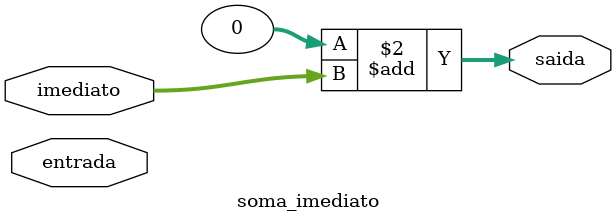
<source format=v>
module soma_imediato (entrada, imediato, saida);
input [31:0] entrada; // contém o valor de PC + 1
input [31:0] imediato; // contém o valor do imediato
output reg [31:0] saida; // contém a soma de PC + 1 + imediato

initial saida = 32'd0;

always @(*)
begin
	saida = 32'd0 + imediato; // soma PC + 1 + imediato e armazena na saida
end
endmodule
</source>
